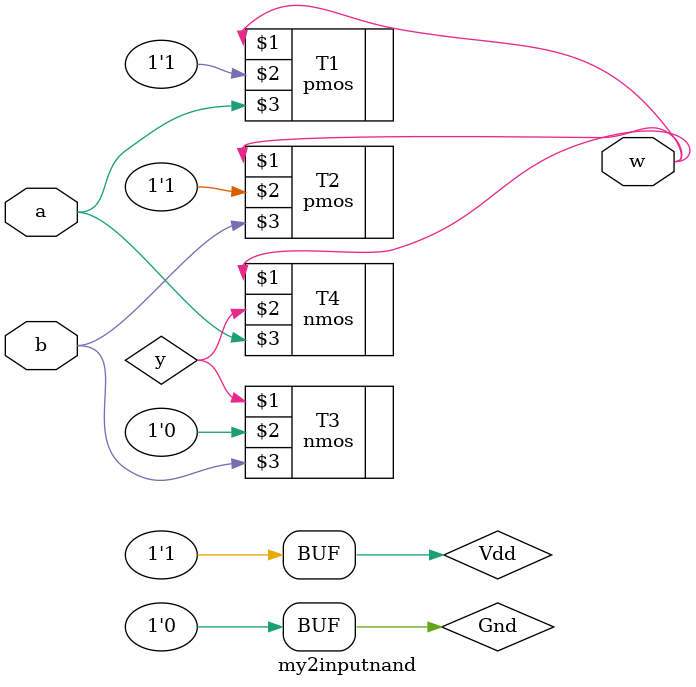
<source format=v>
`timescale 1ns/1ns
module my2inputnand(input a, b, output w);
	wire y;
	supply1 Vdd;
	supply0 Gnd;
	pmos #(5, 6, 7) T1(w, Vdd, a), T2(w, Vdd, b);
	nmos #(3, 4, 5) T3(y, Gnd, b), T4(w, y, a);
endmodule

</source>
